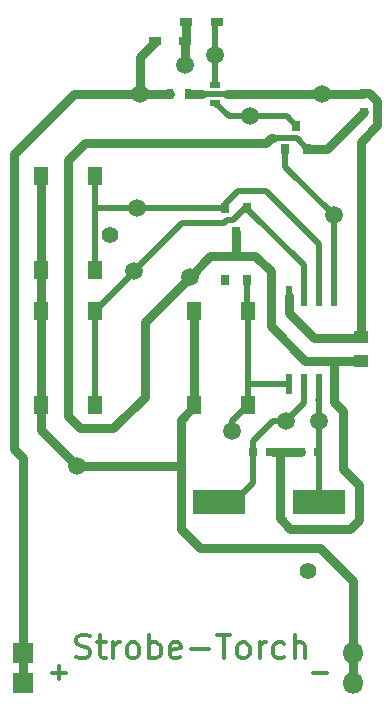
<source format=gbr>
G04 #@! TF.FileFunction,Copper,L1,Top,Signal*
%FSLAX46Y46*%
G04 Gerber Fmt 4.6, Leading zero omitted, Abs format (unit mm)*
G04 Created by KiCad (PCBNEW 4.0.7+dfsg1-1) date Wed Apr 18 03:17:49 2018*
%MOMM*%
%LPD*%
G01*
G04 APERTURE LIST*
%ADD10C,0.100000*%
%ADD11C,0.300000*%
%ADD12R,0.550000X1.750000*%
%ADD13R,1.300000X1.550000*%
%ADD14C,1.500000*%
%ADD15R,0.800000X0.900000*%
%ADD16R,1.000000X0.720000*%
%ADD17R,4.500000X2.000000*%
%ADD18R,0.800000X0.750000*%
%ADD19R,0.800000X0.800000*%
%ADD20R,0.500000X0.900000*%
%ADD21R,0.900000X0.500000*%
%ADD22R,1.250000X1.000000*%
%ADD23R,1.800000X1.800000*%
%ADD24O,1.800000X1.800000*%
%ADD25C,1.400000*%
%ADD26C,0.800000*%
%ADD27C,0.500000*%
%ADD28C,0.270000*%
G04 APERTURE END LIST*
D10*
D11*
X135445572Y-123678143D02*
X136588429Y-123678143D01*
X136017000Y-124249571D02*
X136017000Y-123106714D01*
X157543572Y-123678143D02*
X158686429Y-123678143D01*
X137478714Y-122348524D02*
X137764429Y-122443762D01*
X138240619Y-122443762D01*
X138431095Y-122348524D01*
X138526333Y-122253286D01*
X138621572Y-122062810D01*
X138621572Y-121872333D01*
X138526333Y-121681857D01*
X138431095Y-121586619D01*
X138240619Y-121491381D01*
X137859667Y-121396143D01*
X137669191Y-121300905D01*
X137573952Y-121205667D01*
X137478714Y-121015190D01*
X137478714Y-120824714D01*
X137573952Y-120634238D01*
X137669191Y-120539000D01*
X137859667Y-120443762D01*
X138335857Y-120443762D01*
X138621572Y-120539000D01*
X139193000Y-121110429D02*
X139954905Y-121110429D01*
X139478714Y-120443762D02*
X139478714Y-122158048D01*
X139573953Y-122348524D01*
X139764429Y-122443762D01*
X139954905Y-122443762D01*
X140621571Y-122443762D02*
X140621571Y-121110429D01*
X140621571Y-121491381D02*
X140716810Y-121300905D01*
X140812048Y-121205667D01*
X141002524Y-121110429D01*
X141193000Y-121110429D01*
X142145381Y-122443762D02*
X141954905Y-122348524D01*
X141859666Y-122253286D01*
X141764428Y-122062810D01*
X141764428Y-121491381D01*
X141859666Y-121300905D01*
X141954905Y-121205667D01*
X142145381Y-121110429D01*
X142431095Y-121110429D01*
X142621571Y-121205667D01*
X142716809Y-121300905D01*
X142812047Y-121491381D01*
X142812047Y-122062810D01*
X142716809Y-122253286D01*
X142621571Y-122348524D01*
X142431095Y-122443762D01*
X142145381Y-122443762D01*
X143669190Y-122443762D02*
X143669190Y-120443762D01*
X143669190Y-121205667D02*
X143859667Y-121110429D01*
X144240619Y-121110429D01*
X144431095Y-121205667D01*
X144526333Y-121300905D01*
X144621571Y-121491381D01*
X144621571Y-122062810D01*
X144526333Y-122253286D01*
X144431095Y-122348524D01*
X144240619Y-122443762D01*
X143859667Y-122443762D01*
X143669190Y-122348524D01*
X146240619Y-122348524D02*
X146050143Y-122443762D01*
X145669191Y-122443762D01*
X145478714Y-122348524D01*
X145383476Y-122158048D01*
X145383476Y-121396143D01*
X145478714Y-121205667D01*
X145669191Y-121110429D01*
X146050143Y-121110429D01*
X146240619Y-121205667D01*
X146335857Y-121396143D01*
X146335857Y-121586619D01*
X145383476Y-121777095D01*
X147193000Y-121681857D02*
X148716810Y-121681857D01*
X149383476Y-120443762D02*
X150526333Y-120443762D01*
X149954905Y-122443762D02*
X149954905Y-120443762D01*
X151478715Y-122443762D02*
X151288239Y-122348524D01*
X151193000Y-122253286D01*
X151097762Y-122062810D01*
X151097762Y-121491381D01*
X151193000Y-121300905D01*
X151288239Y-121205667D01*
X151478715Y-121110429D01*
X151764429Y-121110429D01*
X151954905Y-121205667D01*
X152050143Y-121300905D01*
X152145381Y-121491381D01*
X152145381Y-122062810D01*
X152050143Y-122253286D01*
X151954905Y-122348524D01*
X151764429Y-122443762D01*
X151478715Y-122443762D01*
X153002524Y-122443762D02*
X153002524Y-121110429D01*
X153002524Y-121491381D02*
X153097763Y-121300905D01*
X153193001Y-121205667D01*
X153383477Y-121110429D01*
X153573953Y-121110429D01*
X155097762Y-122348524D02*
X154907286Y-122443762D01*
X154526334Y-122443762D01*
X154335858Y-122348524D01*
X154240619Y-122253286D01*
X154145381Y-122062810D01*
X154145381Y-121491381D01*
X154240619Y-121300905D01*
X154335858Y-121205667D01*
X154526334Y-121110429D01*
X154907286Y-121110429D01*
X155097762Y-121205667D01*
X155954905Y-122443762D02*
X155954905Y-120443762D01*
X156812048Y-122443762D02*
X156812048Y-121396143D01*
X156716810Y-121205667D01*
X156526334Y-121110429D01*
X156240620Y-121110429D01*
X156050144Y-121205667D01*
X155954905Y-121300905D01*
D12*
X155448000Y-99221000D03*
X156718000Y-99221000D03*
X157988000Y-99221000D03*
X159258000Y-99221000D03*
X159258000Y-91821000D03*
X157988000Y-91821000D03*
X156718000Y-91821000D03*
X155448000Y-91821000D03*
D13*
X151983000Y-101008000D03*
X147483000Y-101008000D03*
X147483000Y-93048000D03*
X151983000Y-93048000D03*
X139029000Y-101008000D03*
X134529000Y-101008000D03*
X134529000Y-93048000D03*
X139029000Y-93048000D03*
X139029000Y-89578000D03*
X134529000Y-89578000D03*
X134529000Y-81618000D03*
X139029000Y-81618000D03*
D14*
X159258000Y-84963000D03*
D15*
X150053000Y-90408000D03*
X151953000Y-90408000D03*
X151003000Y-88408000D03*
X151953000Y-84344000D03*
X150053000Y-84344000D03*
X151003000Y-86344000D03*
D16*
X149382000Y-68580000D03*
X146782000Y-68580000D03*
X146715000Y-70231000D03*
X144115000Y-70231000D03*
D17*
X149547000Y-109220000D03*
X158047000Y-109220000D03*
D18*
X152412000Y-105029000D03*
X153912000Y-105029000D03*
X156476000Y-105029000D03*
X157976000Y-105029000D03*
D19*
X161798000Y-74638000D03*
X161798000Y-76238000D03*
D20*
X146927000Y-74676000D03*
X145427000Y-74676000D03*
D21*
X149225000Y-73926000D03*
X149225000Y-75426000D03*
D14*
X142875000Y-74676000D03*
X137541000Y-106172000D03*
X142621000Y-84328000D03*
X142367000Y-89662000D03*
X150622000Y-103251000D03*
X158242000Y-74676000D03*
X147066000Y-90170000D03*
X155194000Y-102362000D03*
X157988000Y-102362000D03*
X152146000Y-76581000D03*
X149225000Y-71374000D03*
X146685000Y-72263000D03*
D22*
X161544000Y-95266000D03*
X161544000Y-97266000D03*
D15*
X155133000Y-79359000D03*
X157033000Y-79359000D03*
X156083000Y-77359000D03*
D23*
X132969000Y-122047000D03*
X132969000Y-124587000D03*
D24*
X160909000Y-122047000D03*
X160909000Y-124587000D03*
D25*
X140335000Y-86614000D03*
X157099000Y-115062000D03*
D26*
X161544000Y-95266000D02*
X161433000Y-95377000D01*
X161433000Y-95377000D02*
X157607000Y-95377000D01*
X157607000Y-95377000D02*
X155448000Y-93218000D01*
X155448000Y-93218000D02*
X155448000Y-91821000D01*
D27*
X148082000Y-74676000D02*
X150255002Y-74676000D01*
D26*
X147054000Y-74676000D02*
X148082000Y-74676000D01*
X150255002Y-74676000D02*
X151638000Y-74676000D01*
X151638000Y-74676000D02*
X158242000Y-74676000D01*
X161544000Y-95266000D02*
X161544000Y-78740000D01*
X162268000Y-74638000D02*
X161798000Y-74638000D01*
X161544000Y-78740000D02*
X162941000Y-77343000D01*
X162941000Y-77343000D02*
X162941000Y-75311000D01*
X162941000Y-75311000D02*
X162268000Y-74638000D01*
X158242000Y-74676000D02*
X161760000Y-74676000D01*
X161760000Y-74676000D02*
X161798000Y-74638000D01*
X159258000Y-97266000D02*
X156829000Y-97266000D01*
X156829000Y-97266000D02*
X153924000Y-94361000D01*
X153924000Y-94361000D02*
X153924000Y-89694000D01*
X153924000Y-89694000D02*
X152638000Y-88408000D01*
X152638000Y-88408000D02*
X151003000Y-88408000D01*
X147066000Y-90170000D02*
X143256000Y-93980000D01*
X143256000Y-93980000D02*
X143256000Y-100330000D01*
X143256000Y-100330000D02*
X140589000Y-102997000D01*
X154001000Y-78409000D02*
X154152998Y-78409000D01*
X140589000Y-102997000D02*
X137795000Y-102997000D01*
X137795000Y-102997000D02*
X136779000Y-101981000D01*
X136779000Y-101981000D02*
X136779000Y-80264000D01*
X136779000Y-80264000D02*
X138176000Y-78867000D01*
X138176000Y-78867000D02*
X153543000Y-78867000D01*
X153543000Y-78867000D02*
X154001000Y-78409000D01*
X159258000Y-99220000D02*
X159258000Y-97266000D01*
X159258000Y-99220000D02*
X159258000Y-100795000D01*
X156476000Y-105029000D02*
X154940000Y-105029000D01*
D27*
X154609000Y-78409000D02*
X154152998Y-78409000D01*
X154152998Y-78409000D02*
X156133000Y-78409000D01*
X156133000Y-78409000D02*
X157033000Y-79309000D01*
X157033000Y-79309000D02*
X157033000Y-79359000D01*
D26*
X161798000Y-76238000D02*
X158677000Y-79359000D01*
X158677000Y-79359000D02*
X157033000Y-79359000D01*
X148828000Y-88408000D02*
X147066000Y-90170000D01*
X151003000Y-88408000D02*
X148828000Y-88408000D01*
X151003000Y-88408000D02*
X151003000Y-86344000D01*
X161544000Y-97266000D02*
X159258000Y-97266000D01*
X159258000Y-100795000D02*
X160020000Y-101557000D01*
X160020000Y-101557000D02*
X160020000Y-106426000D01*
X154940000Y-105029000D02*
X154559000Y-105029000D01*
X154559000Y-105029000D02*
X154686000Y-105156000D01*
X161417000Y-107823000D02*
X160020000Y-106426000D01*
X154686000Y-105156000D02*
X154686000Y-110617000D01*
X154686000Y-110617000D02*
X155575000Y-111506000D01*
X155575000Y-111506000D02*
X160655000Y-111506000D01*
X160655000Y-111506000D02*
X161417000Y-110744000D01*
X161417000Y-110744000D02*
X161417000Y-107823000D01*
X154940000Y-105029000D02*
X154154000Y-105029000D01*
X146685000Y-72263000D02*
X146685000Y-70134000D01*
X146685000Y-70134000D02*
X146715000Y-70104000D01*
X146782000Y-68580000D02*
X146782000Y-70037000D01*
X146782000Y-70037000D02*
X146715000Y-70104000D01*
X132969000Y-122047000D02*
X132969000Y-124587000D01*
X132207000Y-104775000D02*
X132969000Y-105537000D01*
X132969000Y-105537000D02*
X132969000Y-122047000D01*
X142862000Y-72009000D02*
X142862000Y-71514000D01*
X142862000Y-71514000D02*
X144115000Y-70261000D01*
X144115000Y-70261000D02*
X144115000Y-70231000D01*
X142875000Y-71996000D02*
X142862000Y-72009000D01*
X142862000Y-72009000D02*
X142862000Y-74676000D01*
X142862000Y-74676000D02*
X137287000Y-74676000D01*
X137287000Y-74676000D02*
X132207000Y-79756000D01*
X132207000Y-79756000D02*
X132207000Y-104775000D01*
X142862000Y-74409000D02*
X143129000Y-74676000D01*
X143129000Y-74676000D02*
X145427000Y-74676000D01*
X142862000Y-72009000D02*
X142862000Y-74409000D01*
X160909000Y-122047000D02*
X160909000Y-115951000D01*
X160909000Y-115951000D02*
X158115000Y-113157000D01*
X158115000Y-113157000D02*
X147955000Y-113157000D01*
X147955000Y-113157000D02*
X146304000Y-111506000D01*
X146304000Y-111506000D02*
X146304000Y-103886000D01*
X160909000Y-124587000D02*
X160909000Y-122047000D01*
X140462000Y-106172000D02*
X146304000Y-106172000D01*
X137541000Y-106172000D02*
X140462000Y-106172000D01*
X134529000Y-101128000D02*
X134529000Y-103160000D01*
X134529000Y-103160000D02*
X137541000Y-106172000D01*
X146304000Y-106172000D02*
X146304000Y-103886000D01*
X146304000Y-102312000D02*
X146304000Y-103886000D01*
X147483000Y-101008000D02*
X147483000Y-93048000D01*
D27*
X134529000Y-101008000D02*
X134529000Y-101128000D01*
X147483000Y-101008000D02*
X147483000Y-101133000D01*
D26*
X147483000Y-101133000D02*
X146304000Y-102312000D01*
X134529000Y-93048000D02*
X134529000Y-94323000D01*
X134529000Y-94323000D02*
X134529000Y-101008000D01*
X134529000Y-89578000D02*
X134529000Y-93048000D01*
X134529000Y-81618000D02*
X134529000Y-89578000D01*
D27*
X152400000Y-104095340D02*
X152412000Y-104107340D01*
X152412000Y-104107340D02*
X152412000Y-105029000D01*
X155194000Y-102362000D02*
X154133340Y-102362000D01*
X154133340Y-102362000D02*
X152400000Y-104095340D01*
X156718000Y-99220000D02*
X156718000Y-100838000D01*
X156718000Y-100838000D02*
X155194000Y-102362000D01*
X152412000Y-105029000D02*
X152412000Y-107605000D01*
X152412000Y-107605000D02*
X152400000Y-107617000D01*
X152400000Y-107617000D02*
X150797000Y-109220000D01*
D28*
X150797000Y-109220000D02*
X149547000Y-109220000D01*
D27*
X157988000Y-99220000D02*
X157988000Y-100608000D01*
X157988000Y-102362000D02*
X157988000Y-105017000D01*
X157988000Y-105017000D02*
X157976000Y-105029000D01*
X157988000Y-102362000D02*
X157988000Y-100608000D01*
X157988000Y-100608000D02*
X157976000Y-100596000D01*
X158047000Y-109220000D02*
X158047000Y-105100000D01*
X158047000Y-105100000D02*
X157976000Y-105029000D01*
X149225000Y-73926000D02*
X149225000Y-73291000D01*
X149225000Y-71374000D02*
X149225000Y-73291000D01*
X149255000Y-68580000D02*
X149255000Y-71344000D01*
X149255000Y-71344000D02*
X149225000Y-71374000D01*
X156718000Y-89154000D02*
X156718000Y-91821000D01*
X156718000Y-89154000D02*
X151953000Y-84389000D01*
X151953000Y-84389000D02*
X151953000Y-84344000D01*
X142367000Y-89662000D02*
X146431000Y-85598000D01*
X142367000Y-89662000D02*
X142367000Y-89710000D01*
X142367000Y-89710000D02*
X139029000Y-93048000D01*
X151953000Y-84344000D02*
X151749000Y-84344000D01*
X151749000Y-84344000D02*
X150749000Y-85344000D01*
X149987000Y-85598000D02*
X146431000Y-85598000D01*
X150749000Y-85344000D02*
X150241000Y-85344000D01*
X150241000Y-85344000D02*
X149987000Y-85598000D01*
X139029000Y-93000000D02*
X139029000Y-93048000D01*
X139029000Y-93048000D02*
X139029000Y-101008000D01*
X157988000Y-91821000D02*
X157988000Y-87376000D01*
X157988000Y-87376000D02*
X153543000Y-82931000D01*
X153543000Y-82931000D02*
X151130000Y-82931000D01*
X151130000Y-82931000D02*
X150053000Y-84008000D01*
X150053000Y-84008000D02*
X150053000Y-84344000D01*
X139029000Y-81618000D02*
X139029000Y-84455000D01*
X139029000Y-84455000D02*
X139029000Y-89578000D01*
X142621000Y-84328000D02*
X139156000Y-84328000D01*
X139156000Y-84328000D02*
X139029000Y-84455000D01*
X142621000Y-84328000D02*
X150037000Y-84328000D01*
X150037000Y-84328000D02*
X150053000Y-84344000D01*
X139029000Y-84344000D02*
X139029000Y-81618000D01*
X150622000Y-103251000D02*
X150622000Y-102369000D01*
X150622000Y-102369000D02*
X151983000Y-101008000D01*
X151953000Y-90408000D02*
X151953000Y-93018000D01*
X151953000Y-93018000D02*
X151983000Y-93048000D01*
X151983000Y-93048000D02*
X151983000Y-99187000D01*
X151983000Y-99187000D02*
X151983000Y-101008000D01*
X155448000Y-99220000D02*
X152016000Y-99220000D01*
X152016000Y-99220000D02*
X151983000Y-99187000D01*
X159258000Y-86360000D02*
X159258000Y-91821000D01*
X159258000Y-84963000D02*
X155133000Y-80838000D01*
X155133000Y-80838000D02*
X155133000Y-79359000D01*
X159258000Y-86360000D02*
X159258000Y-84963000D01*
X152146000Y-76581000D02*
X155305000Y-76581000D01*
X155305000Y-76581000D02*
X156083000Y-77359000D01*
X149225000Y-75426000D02*
X150380000Y-76581000D01*
X150380000Y-76581000D02*
X152146000Y-76581000D01*
M02*

</source>
